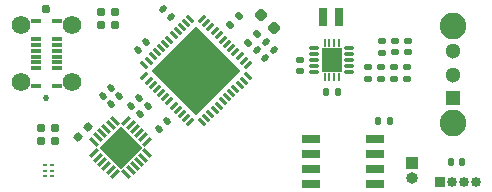
<source format=gbr>
%TF.GenerationSoftware,KiCad,Pcbnew,8.0.6*%
%TF.CreationDate,2025-01-20T01:55:33+01:00*%
%TF.ProjectId,Thermometer_CD_Project,54686572-6d6f-46d6-9574-65725f43445f,rev?*%
%TF.SameCoordinates,Original*%
%TF.FileFunction,Soldermask,Top*%
%TF.FilePolarity,Negative*%
%FSLAX46Y46*%
G04 Gerber Fmt 4.6, Leading zero omitted, Abs format (unit mm)*
G04 Created by KiCad (PCBNEW 8.0.6) date 2025-01-20 01:55:33*
%MOMM*%
%LPD*%
G01*
G04 APERTURE LIST*
G04 Aperture macros list*
%AMRoundRect*
0 Rectangle with rounded corners*
0 $1 Rounding radius*
0 $2 $3 $4 $5 $6 $7 $8 $9 X,Y pos of 4 corners*
0 Add a 4 corners polygon primitive as box body*
4,1,4,$2,$3,$4,$5,$6,$7,$8,$9,$2,$3,0*
0 Add four circle primitives for the rounded corners*
1,1,$1+$1,$2,$3*
1,1,$1+$1,$4,$5*
1,1,$1+$1,$6,$7*
1,1,$1+$1,$8,$9*
0 Add four rect primitives between the rounded corners*
20,1,$1+$1,$2,$3,$4,$5,0*
20,1,$1+$1,$4,$5,$6,$7,0*
20,1,$1+$1,$6,$7,$8,$9,0*
20,1,$1+$1,$8,$9,$2,$3,0*%
%AMRotRect*
0 Rectangle, with rotation*
0 The origin of the aperture is its center*
0 $1 length*
0 $2 width*
0 $3 Rotation angle, in degrees counterclockwise*
0 Add horizontal line*
21,1,$1,$2,0,0,$3*%
G04 Aperture macros list end*
%ADD10RoundRect,0.140000X-0.170000X0.140000X-0.170000X-0.140000X0.170000X-0.140000X0.170000X0.140000X0*%
%ADD11RoundRect,0.160000X-0.026517X-0.252791X0.252791X0.026517X0.026517X0.252791X-0.252791X-0.026517X0*%
%ADD12RoundRect,0.140000X0.021213X-0.219203X0.219203X-0.021213X-0.021213X0.219203X-0.219203X0.021213X0*%
%ADD13RoundRect,0.140000X0.219203X0.021213X0.021213X0.219203X-0.219203X-0.021213X-0.021213X-0.219203X0*%
%ADD14C,0.520000*%
%ADD15C,0.770000*%
%ADD16C,1.560000*%
%ADD17R,0.870000X0.300000*%
%ADD18R,0.350000X0.200000*%
%ADD19R,0.300000X0.200000*%
%ADD20R,1.000000X1.000000*%
%ADD21O,1.000000X1.000000*%
%ADD22R,0.280000X0.280000*%
%ADD23O,0.850000X0.280000*%
%ADD24R,0.230000X0.600000*%
%ADD25R,0.250000X0.700000*%
%ADD26C,0.600000*%
%ADD27R,0.650000X0.900000*%
%ADD28R,1.700000X2.150000*%
%ADD29RoundRect,0.135000X-0.035355X0.226274X-0.226274X0.035355X0.035355X-0.226274X0.226274X-0.035355X0*%
%ADD30RoundRect,0.160000X0.197500X0.160000X-0.197500X0.160000X-0.197500X-0.160000X0.197500X-0.160000X0*%
%ADD31RoundRect,0.140000X0.170000X-0.140000X0.170000X0.140000X-0.170000X0.140000X-0.170000X-0.140000X0*%
%ADD32RoundRect,0.140000X-0.219203X-0.021213X-0.021213X-0.219203X0.219203X0.021213X0.021213X0.219203X0*%
%ADD33RoundRect,0.140000X-0.021213X0.219203X-0.219203X0.021213X0.021213X-0.219203X0.219203X-0.021213X0*%
%ADD34RoundRect,0.062500X-0.282843X0.194454X0.194454X-0.282843X0.282843X-0.194454X-0.194454X0.282843X0*%
%ADD35RoundRect,0.062500X-0.282843X-0.194454X-0.194454X-0.282843X0.282843X0.194454X0.194454X0.282843X0*%
%ADD36RotRect,5.300000X5.300000X315.000000*%
%ADD37RoundRect,0.135000X0.185000X-0.135000X0.185000X0.135000X-0.185000X0.135000X-0.185000X-0.135000X0*%
%ADD38R,0.850000X0.850000*%
%ADD39O,0.850000X0.850000*%
%ADD40R,1.525000X0.650000*%
%ADD41R,0.700000X1.600000*%
%ADD42RoundRect,0.135000X-0.185000X0.135000X-0.185000X-0.135000X0.185000X-0.135000X0.185000X0.135000X0*%
%ADD43RotRect,0.300000X0.850000X315.000000*%
%ADD44RotRect,0.300000X0.850000X225.000000*%
%ADD45RotRect,2.550000X2.550000X225.000000*%
%ADD46RoundRect,0.135000X0.135000X0.185000X-0.135000X0.185000X-0.135000X-0.185000X0.135000X-0.185000X0*%
%ADD47RoundRect,0.218750X0.335876X0.026517X0.026517X0.335876X-0.335876X-0.026517X-0.026517X-0.335876X0*%
%ADD48RoundRect,0.140000X-0.140000X-0.170000X0.140000X-0.170000X0.140000X0.170000X-0.140000X0.170000X0*%
%ADD49RoundRect,0.140000X0.140000X0.170000X-0.140000X0.170000X-0.140000X-0.170000X0.140000X-0.170000X0*%
%ADD50R,1.300000X1.300000*%
%ADD51C,1.300000*%
%ADD52C,2.250000*%
G04 APERTURE END LIST*
D10*
%TO.C,C7*%
X163900000Y-88750000D03*
X163900000Y-89710000D03*
%TD*%
D11*
%TO.C,R8*%
X145123950Y-95221024D03*
X145968942Y-94376032D03*
%TD*%
D12*
%TO.C,C17*%
X147221178Y-91778822D03*
X147900000Y-91100000D03*
%TD*%
D13*
%TO.C,C1*%
X153039554Y-85106030D03*
X152360732Y-84427208D03*
%TD*%
D10*
%TO.C,C9*%
X170820000Y-89370000D03*
X170820000Y-90330000D03*
%TD*%
D14*
%TO.C,J3*%
X142450000Y-91950000D03*
D15*
X142450000Y-84450000D03*
D16*
X140300000Y-90600000D03*
X140300000Y-85800000D03*
X144600000Y-90600000D03*
X144600000Y-85800000D03*
D17*
X141585000Y-90950000D03*
X141585000Y-89450000D03*
X141585000Y-88950000D03*
X141585000Y-88450000D03*
X141585000Y-87950000D03*
X141585000Y-87450000D03*
X141585000Y-86950000D03*
X141585000Y-85450000D03*
X143315000Y-85450000D03*
X143315000Y-86950000D03*
X143315000Y-87450000D03*
X143315000Y-87950000D03*
X143315000Y-88450000D03*
X143315000Y-88950000D03*
X143315000Y-89450000D03*
X143315000Y-90950000D03*
%TD*%
D18*
%TO.C,IC3*%
X142325000Y-97600000D03*
D19*
X142300000Y-98100000D03*
X142300000Y-98600000D03*
X142900000Y-98600000D03*
X142900000Y-98100000D03*
X142900000Y-97600000D03*
%TD*%
D20*
%TO.C,J1*%
X173400000Y-97430000D03*
D21*
X173400000Y-98700000D03*
%TD*%
D22*
%TO.C,U4*%
X164861000Y-87750000D03*
D23*
X165146000Y-87750000D03*
D22*
X164861000Y-88250000D03*
D23*
X165146000Y-88250000D03*
D22*
X164861000Y-88750000D03*
D23*
X165146000Y-88750000D03*
D22*
X164861000Y-89250000D03*
D23*
X165146000Y-89250000D03*
D22*
X164861000Y-89750000D03*
D23*
X165146000Y-89750000D03*
X168096000Y-89750000D03*
D22*
X168381000Y-89750000D03*
D23*
X168096000Y-89250000D03*
D22*
X168381000Y-89250000D03*
D23*
X168096000Y-88750000D03*
D22*
X168381000Y-88750000D03*
D23*
X168096000Y-88250000D03*
D22*
X168381000Y-88250000D03*
D23*
X168096000Y-87750000D03*
D22*
X168381000Y-87750000D03*
D24*
X166021000Y-87325000D03*
D25*
X166021000Y-87325000D03*
D24*
X166021000Y-90175000D03*
D25*
X166021000Y-90175000D03*
D26*
X166121000Y-88250000D03*
X166121000Y-89250000D03*
D27*
X166186000Y-88190000D03*
X166186000Y-89310000D03*
D24*
X166421000Y-87325000D03*
D25*
X166421000Y-87325000D03*
D24*
X166421000Y-90175000D03*
D25*
X166421000Y-90175000D03*
D26*
X166621000Y-88750000D03*
D28*
X166621000Y-88750000D03*
D24*
X166821000Y-87325000D03*
D25*
X166821000Y-87325000D03*
D24*
X166821000Y-90175000D03*
D25*
X166821000Y-90175000D03*
D27*
X167056000Y-88190000D03*
X167056000Y-89310000D03*
D26*
X167121000Y-88250000D03*
X167121000Y-89250000D03*
D24*
X167221000Y-87325000D03*
D25*
X167221000Y-87325000D03*
D24*
X167221000Y-90175000D03*
D25*
X167221000Y-90175000D03*
%TD*%
D29*
%TO.C,R4*%
X158760624Y-85039376D03*
X158039376Y-85760624D03*
%TD*%
%TO.C,R5*%
X160286899Y-86565508D03*
X159565651Y-87286756D03*
%TD*%
D30*
%TO.C,R9*%
X143197500Y-94500000D03*
X142002500Y-94500000D03*
%TD*%
D12*
%TO.C,C15*%
X149640589Y-92639411D03*
X150319411Y-91960589D03*
%TD*%
D31*
%TO.C,C12*%
X173040000Y-88100000D03*
X173040000Y-87140000D03*
%TD*%
D32*
%TO.C,C5*%
X161021321Y-87187797D03*
X161700143Y-87866619D03*
%TD*%
D31*
%TO.C,C10*%
X170890000Y-88110000D03*
X170890000Y-87150000D03*
%TD*%
D33*
%TO.C,C2*%
X150889554Y-87177208D03*
X150210732Y-87856030D03*
%TD*%
D34*
%TO.C,U2*%
X154638406Y-85249176D03*
X154284853Y-85602729D03*
X153931299Y-85956283D03*
X153577746Y-86309836D03*
X153224193Y-86663390D03*
X152870639Y-87016943D03*
X152517086Y-87370496D03*
X152163533Y-87724050D03*
X151809979Y-88077603D03*
X151456426Y-88431156D03*
X151102872Y-88784710D03*
X150749319Y-89138263D03*
D35*
X150749319Y-90128213D03*
X151102872Y-90481766D03*
X151456426Y-90835320D03*
X151809979Y-91188873D03*
X152163533Y-91542426D03*
X152517086Y-91895980D03*
X152870639Y-92249533D03*
X153224193Y-92603086D03*
X153577746Y-92956640D03*
X153931299Y-93310193D03*
X154284853Y-93663747D03*
X154638406Y-94017300D03*
D34*
X155628356Y-94017300D03*
X155981909Y-93663747D03*
X156335463Y-93310193D03*
X156689016Y-92956640D03*
X157042569Y-92603086D03*
X157396123Y-92249533D03*
X157749676Y-91895980D03*
X158103229Y-91542426D03*
X158456783Y-91188873D03*
X158810336Y-90835320D03*
X159163890Y-90481766D03*
X159517443Y-90128213D03*
D35*
X159517443Y-89138263D03*
X159163890Y-88784710D03*
X158810336Y-88431156D03*
X158456783Y-88077603D03*
X158103229Y-87724050D03*
X157749676Y-87370496D03*
X157396123Y-87016943D03*
X157042569Y-86663390D03*
X156689016Y-86309836D03*
X156335463Y-85956283D03*
X155981909Y-85602729D03*
X155628356Y-85249176D03*
D36*
X155133381Y-89633238D03*
%TD*%
D31*
%TO.C,C11*%
X172000000Y-88100000D03*
X172000000Y-87140000D03*
%TD*%
D37*
%TO.C,R2*%
X173020000Y-90385000D03*
X173020000Y-89365000D03*
%TD*%
D30*
%TO.C,R7*%
X148297500Y-85800000D03*
X147102500Y-85800000D03*
%TD*%
D38*
%TO.C,U3*%
X175800000Y-99100000D03*
D39*
X176800000Y-99100000D03*
X177800000Y-99100000D03*
X178800000Y-99100000D03*
%TD*%
D30*
%TO.C,R6*%
X148297500Y-84700000D03*
X147102500Y-84700000D03*
%TD*%
D40*
%TO.C,IC1*%
X170312000Y-99205000D03*
X170312000Y-97935000D03*
X170312000Y-96665000D03*
X170312000Y-95395000D03*
X164888000Y-95395000D03*
X164888000Y-96665000D03*
X164888000Y-97935000D03*
X164888000Y-99205000D03*
%TD*%
D41*
%TO.C,L2*%
X165900000Y-85100000D03*
X167200000Y-85100000D03*
%TD*%
D42*
%TO.C,R1*%
X171920000Y-89365000D03*
X171920000Y-90385000D03*
%TD*%
D13*
%TO.C,C6*%
X160972792Y-88605887D03*
X160293970Y-87927065D03*
%TD*%
D43*
%TO.C,IC2*%
X151000000Y-95655025D03*
X150646446Y-95301472D03*
X150292893Y-94947918D03*
X149939340Y-94594365D03*
X149585786Y-94240812D03*
X149232233Y-93887258D03*
D44*
X148242283Y-93887258D03*
X147888730Y-94240812D03*
X147535176Y-94594365D03*
X147181623Y-94947918D03*
X146828070Y-95301472D03*
X146474516Y-95655025D03*
D43*
X146474516Y-96644975D03*
X146828070Y-96998528D03*
X147181623Y-97352082D03*
X147535176Y-97705635D03*
X147888730Y-98059188D03*
X148242283Y-98412742D03*
D44*
X149232233Y-98412742D03*
X149585786Y-98059188D03*
X149939340Y-97705635D03*
X150292893Y-97352082D03*
X150646446Y-96998528D03*
X151000000Y-96644975D03*
D45*
X148737258Y-96150000D03*
%TD*%
D46*
%TO.C,R3*%
X167160000Y-91450000D03*
X166140000Y-91450000D03*
%TD*%
D30*
%TO.C,R10*%
X143197500Y-95600000D03*
X142002500Y-95600000D03*
%TD*%
D33*
%TO.C,C4*%
X152678822Y-93921178D03*
X152000000Y-94600000D03*
%TD*%
D47*
%TO.C,L1*%
X161756990Y-86073466D03*
X160643296Y-84959772D03*
%TD*%
D48*
%TO.C,C13*%
X176720000Y-97400000D03*
X177680000Y-97400000D03*
%TD*%
D12*
%TO.C,C18*%
X147921178Y-92478822D03*
X148600000Y-91800000D03*
%TD*%
D49*
%TO.C,C14*%
X171530000Y-93900000D03*
X170570000Y-93900000D03*
%TD*%
D31*
%TO.C,C8*%
X169720000Y-90330000D03*
X169720000Y-89370000D03*
%TD*%
D12*
%TO.C,C16*%
X150360589Y-93339411D03*
X151039411Y-92660589D03*
%TD*%
D50*
%TO.C,S1*%
X176876000Y-92000000D03*
D51*
X176876000Y-90000000D03*
X176876000Y-88000000D03*
D52*
X176876000Y-94100000D03*
X176876000Y-85900000D03*
%TD*%
M02*

</source>
